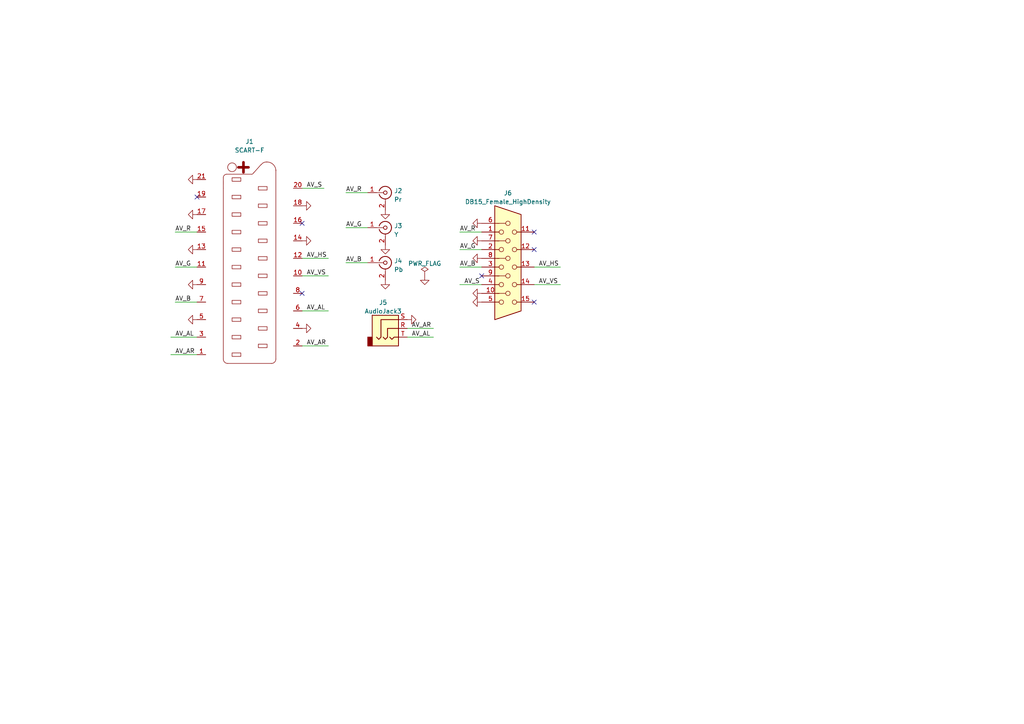
<source format=kicad_sch>
(kicad_sch (version 20211123) (generator eeschema)
  (paper "A4")
  (title_block (title "DExx AV adapter") (date "2022-07-06") (rev "1.0"))
  (lib_symbols
    (symbol "Connector:AudioJack3"
      (property "Reference" "J" (at 0 8.89 0))
      (property "Value" "AudioJack3" (at 0 6.35 0))
      (symbol "AudioJack3_0_1"
        (rectangle (start -5.08 -5.08) (end -6.35 -2.54) (stroke (width 0.254)) (fill (type outline)))
        (polyline (pts (xy 0 -2.54) (xy 0.635 -3.175) (xy 1.27 -2.54) (xy 2.54 -2.54)) (stroke (width 0.254)))
        (polyline (pts (xy -1.905 -2.54) (xy -1.27 -3.175) (xy -0.635 -2.54) (xy -0.635 0) (xy 2.54 0)) (stroke (width 0.254)))
        (polyline (pts (xy 2.54 2.54) (xy -2.54 2.54) (xy -2.54 -2.54) (xy -3.175 -3.175) (xy -3.81 -2.54)) (stroke (width 0.254)))
        (rectangle (start 2.54 3.81) (end -5.08 -5.08) (stroke (width 0.254)) (fill (type background)))
      )
      (symbol "AudioJack3_1_1"
        (pin passive line (at 5.08 0 180) (length 2.54) (name "~") (number "R"))
        (pin passive line (at 5.08 2.54 180) (length 2.54) (name "~") (number "S"))
        (pin passive line (at 5.08 -2.54 180) (length 2.54) (name "~") (number "T"))
      )
    )
    (symbol "Connector:Conn_Coaxial" (pin_names (offset 1.016) hide)
      (property "Reference" "J" (at 0.254 3.048 0))
      (property "Value" "Conn_Coaxial" (at 2.921 0 90))
      (symbol "Conn_Coaxial_0_1"
        (arc (start -1.778 -0.508) (mid 0.2311 -1.8066) (end 1.778 0) (stroke (width 0.254)))
        (polyline (pts (xy -2.54 0) (xy -0.508 0)))
        (polyline (pts (xy 0 -2.54) (xy 0 -1.778)))
        (circle (center 0 0) (radius 0.508) (stroke (width 0.2032)))
        (arc (start 1.778 0) (mid 0.2099 1.8101) (end -1.778 0.508) (stroke (width 0.254)))
      )
      (symbol "Conn_Coaxial_1_1"
        (pin passive line (at -5.08 0 0) (length 2.54) (name "In") (number "1"))
        (pin passive line (at 0 -5.08 90) (length 2.54) (name "Ext") (number "2"))
      )
    )
    (symbol "Connector:DB15_Female_HighDensity" (pin_names (offset 1.016) hide)
      (property "Reference" "J" (at 0 21.59 0))
      (property "Value" "DB15_Female_HighDensity" (at 0 19.05 0))
      (symbol "DB15_Female_HighDensity_0_1"
        (circle (center -1.905 -10.16) (radius 0.635))
        (circle (center -1.905 -5.08) (radius 0.635))
        (circle (center -1.905 0) (radius 0.635))
        (circle (center -1.905 5.08) (radius 0.635))
        (circle (center -1.905 10.16) (radius 0.635))
        (circle (center 0 -7.62) (radius 0.635))
        (circle (center 0 -2.54) (radius 0.635))
        (polyline (pts (xy -3.175 7.62) (xy -0.635 7.62)))
        (polyline (pts (xy -0.635 -7.62) (xy -3.175 -7.62)))
        (polyline (pts (xy -0.635 -2.54) (xy -3.175 -2.54)))
        (polyline (pts (xy -0.635 2.54) (xy -3.175 2.54)))
        (polyline (pts (xy -0.635 12.7) (xy -3.175 12.7)))
        (polyline (pts (xy -3.81 17.78) (xy -3.81 -15.24) (xy 3.81 -12.7) (xy 3.81 15.24) (xy -3.81 17.78)) (stroke (width 0.254)) (fill (type background)))
        (circle (center 0 2.54) (radius 0.635))
        (circle (center 0 7.62) (radius 0.635))
        (circle (center 0 12.7) (radius 0.635))
        (circle (center 1.905 -10.16) (radius 0.635))
        (circle (center 1.905 -5.08) (radius 0.635))
        (circle (center 1.905 0) (radius 0.635))
        (circle (center 1.905 5.08) (radius 0.635))
        (circle (center 1.905 10.16) (radius 0.635))
      )
      (symbol "DB15_Female_HighDensity_1_1"
        (pin passive line (at -7.62 10.16 0) (length 5.08) (name "~") (number "1"))
        (pin passive line (at -7.62 -7.62 0) (length 5.08) (name "~") (number "10"))
        (pin passive line (at 7.62 10.16 180) (length 5.08) (name "~") (number "11"))
        (pin passive line (at 7.62 5.08 180) (length 5.08) (name "~") (number "12"))
        (pin passive line (at 7.62 0 180) (length 5.08) (name "~") (number "13"))
        (pin passive line (at 7.62 -5.08 180) (length 5.08) (name "~") (number "14"))
        (pin passive line (at 7.62 -10.16 180) (length 5.08) (name "~") (number "15"))
        (pin passive line (at -7.62 5.08 0) (length 5.08) (name "~") (number "2"))
        (pin passive line (at -7.62 0 0) (length 5.08) (name "~") (number "3"))
        (pin passive line (at -7.62 -5.08 0) (length 5.08) (name "~") (number "4"))
        (pin passive line (at -7.62 -10.16 0) (length 5.08) (name "~") (number "5"))
        (pin passive line (at -7.62 12.7 0) (length 5.08) (name "~") (number "6"))
        (pin passive line (at -7.62 7.62 0) (length 5.08) (name "~") (number "7"))
        (pin passive line (at -7.62 2.54 0) (length 5.08) (name "~") (number "8"))
        (pin passive line (at -7.62 -2.54 0) (length 5.08) (name "~") (number "9"))
      )
    )
    (symbol "Connector:SCART-F" (pin_names (offset 0.762) hide)
      (property "Reference" "J" (at 0 31.75 0))
      (property "Value" "SCART-F" (at 1.016 -29.21 0))
      (symbol "SCART-F_0_1"
        (arc (start -7.62 -26.67) (mid -7.248 -27.568) (end -6.35 -27.94))
        (arc (start -6.604 26.9494) (mid -7.3224 26.6518) (end -7.62 25.9334))
        (rectangle (start -5.08 -24.892) (end -2.54 -25.908))
        (rectangle (start -5.08 -19.812) (end -2.54 -20.828))
        (rectangle (start -5.08 -14.732) (end -2.54 -15.748))
        (rectangle (start -5.08 -9.652) (end -2.54 -10.668))
        (rectangle (start -5.08 -4.572) (end -2.54 -5.588))
        (rectangle (start -5.08 0.508) (end -2.54 -0.508))
        (rectangle (start -5.08 5.588) (end -2.54 4.572))
        (rectangle (start -5.08 10.668) (end -2.54 9.652))
        (rectangle (start -5.08 15.748) (end -2.54 14.732))
        (rectangle (start -5.08 20.828) (end -2.54 19.812))
        (rectangle (start -5.08 25.908) (end -2.54 24.892))
        (circle (center -5.08 28.956) (radius 1.27))
        (polyline (pts (xy -7.62 22.86) (xy -7.62 -26.67)))
        (polyline (pts (xy -7.62 22.86) (xy -7.62 24.13)))
        (polyline (pts (xy -7.62 24.6634) (xy -7.62 24.13)))
        (polyline (pts (xy -7.62 24.6634) (xy -7.62 25.9334)))
        (polyline (pts (xy -6.604 26.9494) (xy 0.508 26.9494)))
        (polyline (pts (xy -6.35 -27.94) (xy 6.35 -27.94)))
        (polyline (pts (xy 3.302 29.718) (xy 1.27 27.432)))
        (polyline (pts (xy 4.826 30.48) (xy 5.08 30.48)))
        (polyline (pts (xy 7.62 -26.67) (xy 7.62 28.2194)))
        (arc (start 0.508 26.924) (mid 0.9569 27.0702) (end 1.2192 27.4574))
        (rectangle (start 2.54 -22.352) (end 5.08 -23.368))
        (rectangle (start 2.54 -17.272) (end 5.08 -18.288))
        (rectangle (start 2.54 -12.192) (end 5.08 -13.208))
        (rectangle (start 2.54 -7.112) (end 5.08 -8.128))
        (rectangle (start 2.54 -2.032) (end 5.08 -3.048))
        (rectangle (start 2.54 3.048) (end 5.08 2.032))
        (rectangle (start 2.54 8.128) (end 5.08 7.112))
        (rectangle (start 2.54 13.208) (end 5.08 12.192))
        (rectangle (start 2.54 18.288) (end 5.08 17.272))
        (rectangle (start 2.54 23.368) (end 5.08 22.352))
        (arc (start 4.826 30.48) (mid 3.999 30.2726) (end 3.3782 29.6926))
        (arc (start 6.35 -27.94) (mid 7.248 -27.568) (end 7.62 -26.67))
        (arc (start 7.62 27.94) (mid 6.8761 29.7361) (end 5.08 30.48))
        (text "+" (at -1.778 29.21 0) (effects (font (size 3.81 3.81) bold)))
      )
      (symbol "SCART-F_1_1"
        (pin passive line (at -15.24 -25.4 0) (length 2.54) (name "P1") (number "1"))
        (pin passive line (at 15.24 -2.54 180) (length 2.54) (name "P10") (number "10"))
        (pin passive line (at -15.24 0 0) (length 2.54) (name "P11") (number "11"))
        (pin passive line (at 15.24 2.54 180) (length 2.54) (name "P12") (number "12"))
        (pin passive line (at -15.24 5.08 0) (length 2.54) (name "P13") (number "13"))
        (pin passive line (at 15.24 7.62 180) (length 2.54) (name "P14") (number "14"))
        (pin passive line (at -15.24 10.16 0) (length 2.54) (name "P15") (number "15"))
        (pin passive line (at 15.24 12.7 180) (length 2.54) (name "P16") (number "16"))
        (pin passive line (at -15.24 15.24 0) (length 2.54) (name "P17") (number "17"))
        (pin passive line (at 15.24 17.78 180) (length 2.54) (name "P18") (number "18"))
        (pin passive line (at -15.24 20.32 0) (length 2.54) (name "P19") (number "19"))
        (pin passive line (at 15.24 -22.86 180) (length 2.54) (name "P2") (number "2"))
        (pin passive line (at 15.24 22.86 180) (length 2.54) (name "P20") (number "20"))
        (pin passive line (at -15.24 25.4 0) (length 2.54) (name "P21") (number "21"))
        (pin passive line (at -15.24 -20.32 0) (length 2.54) (name "P3") (number "3"))
        (pin passive line (at 15.24 -17.78 180) (length 2.54) (name "P4") (number "4"))
        (pin passive line (at -15.24 -15.24 0) (length 2.54) (name "P5") (number "5"))
        (pin passive line (at 15.24 -12.7 180) (length 2.54) (name "P6") (number "6"))
        (pin passive line (at -15.24 -10.16 0) (length 2.54) (name "P7") (number "7"))
        (pin passive line (at 15.24 -7.62 180) (length 2.54) (name "P8") (number "8"))
        (pin passive line (at -15.24 -5.08 0) (length 2.54) (name "P9") (number "9"))
      )
    )
    (symbol "power:GND" (power) (pin_names (offset 0))
      (property "Value" "GND" (at 0 -3.81 0))
      (symbol "GND_0_1"
        (polyline (pts (xy 0 0) (xy 0 -1.27) (xy 1.27 -1.27) (xy 0 -2.54) (xy -1.27 -1.27) (xy 0 -1.27)))
      )
      (symbol "GND_1_1"
        (pin power_in line (at 0 0 270) (length 0) hide (name "GND") (number "1"))
      )
    )
    (symbol "power:PWR_FLAG" (power) (pin_numbers hide) (pin_names (offset 0) hide)
      (property "Value" "PWR_FLAG" (at 0 3.81 0))
      (symbol "PWR_FLAG_0_0"
        (pin power_out line (at 0 0 90) (length 0) (name "pwr") (number "1"))
      )
      (symbol "PWR_FLAG_0_1"
        (polyline (pts (xy 0 0) (xy 0 1.27) (xy -1.016 1.905) (xy 0 2.54) (xy 1.016 1.905) (xy 0 1.27)))
      )
    )
  )
  (no_connect (at 139.7 80.01))
  (no_connect (at 154.94 67.31))
  (no_connect (at 154.94 72.39))
  (no_connect (at 154.94 87.63))
  (no_connect (at 57.15 57.15))
  (no_connect (at 87.63 64.77))
  (no_connect (at 87.63 85.09))
  (wire (pts (xy 100.33 76.2) (xy 106.68 76.2)))
  (wire (pts (xy 118.11 95.25) (xy 125.73 95.25)))
  (wire (pts (xy 118.11 97.79) (xy 125.73 97.79)))
  (wire (pts (xy 100.33 55.88) (xy 106.68 55.88)))
  (wire (pts (xy 87.63 80.01) (xy 95.25 80.01)))
  (wire (pts (xy 87.63 100.33) (xy 95.25 100.33)))
  (wire (pts (xy 154.94 82.55) (xy 162.56 82.55)))
  (wire (pts (xy 49.53 97.79) (xy 57.15 97.79)))
  (wire (pts (xy 133.35 67.31) (xy 139.7 67.31)))
  (wire (pts (xy 133.35 82.55) (xy 139.7 82.55)))
  (wire (pts (xy 49.53 102.87) (xy 57.15 102.87)))
  (wire (pts (xy 87.63 90.17) (xy 95.25 90.17)))
  (wire (pts (xy 100.33 66.04) (xy 106.68 66.04)))
  (wire (pts (xy 133.35 77.47) (xy 139.7 77.47)))
  (wire (pts (xy 87.63 54.61) (xy 93.98 54.61)))
  (wire (pts (xy 50.8 67.31) (xy 57.15 67.31)))
  (wire (pts (xy 133.35 72.39) (xy 139.7 72.39)))
  (wire (pts (xy 50.8 77.47) (xy 57.15 77.47)))
  (wire (pts (xy 154.94 77.47) (xy 162.56 77.47)))
  (wire (pts (xy 50.8 87.63) (xy 57.15 87.63)))
  (wire (pts (xy 87.63 74.93) (xy 95.25 74.93)))
  (label "AV_S" (at 134.62 82.55 0))
  (label "AV_AL" (at 119.38 97.79 0))
  (label "AV_B" (at 133.35 77.47 0))
  (label "AV_AR" (at 119.38 95.25 0))
  (label "AV_AL" (at 88.9 90.17 0))
  (label "AV_HS" (at 156.21 77.47 0))
  (label "AV_HS" (at 88.9 74.93 0))
  (label "AV_G" (at 100.33 66.04 0))
  (label "AV_R" (at 50.8 67.31 0))
  (label "AV_R" (at 100.33 55.88 0))
  (label "AV_VS" (at 156.21 82.55 0))
  (label "AV_VS" (at 88.9 80.01 0))
  (label "AV_S" (at 88.9 54.61 0))
  (label "AV_B" (at 50.8 87.63 0))
  (label "AV_AL" (at 50.8 97.79 0))
  (label "AV_G" (at 50.8 77.47 0))
  (label "AV_AR" (at 50.8 102.87 0))
  (label "AV_B" (at 100.33 76.2 0))
  (label "AV_AR" (at 88.9 100.33 0))
  (label "AV_G" (at 133.35 72.39 0))
  (label "AV_R" (at 133.35 67.31 0))
  (symbol (lib_id "power:GND") (at 139.7 69.85 270) (unit 1)
    (property "Reference" "#PWR014" (effects hide))
    (property "Value" "GND" (effects hide))
  )
  (symbol (lib_id "power:GND") (at 118.11 92.71 90) (unit 1)
    (property "Reference" "#PWR012" (effects hide))
    (property "Value" "GND" (effects hide))
  )
  (symbol (lib_id "power:GND") (at 139.7 85.09 270) (unit 1)
    (property "Reference" "#PWR016" (effects hide))
    (property "Value" "GND" (effects hide))
  )
  (symbol (lib_id "power:GND") (at 111.76 60.96 0) (unit 1)
    (property "Reference" "#PWR09" (effects hide))
    (property "Value" "GND" (effects hide))
  )
  (symbol (lib_id "Connector:Conn_Coaxial") (at 111.76 55.88 0) (unit 1)
    (property "Reference" "J2" (at 114.3 55.3385 0) (effects (justify left)))
    (property "Value" "Pr" (at 114.3 57.8754 0) (effects (justify left)))
    (property "Footprint" "custom_components:CUI_RCJ-022" (effects hide))
    (property "Datasheet" " ~" (effects hide))
  )
  (symbol (lib_id "Connector:Conn_Coaxial") (at 111.76 76.2 0) (unit 1)
    (property "Reference" "J4" (at 114.3 75.6585 0) (effects (justify left)))
    (property "Value" "Pb" (at 114.3 78.1954 0) (effects (justify left)))
    (property "Footprint" "custom_components:CUI_RCJ-022" (effects hide))
    (property "Datasheet" " ~" (effects hide))
  )
  (symbol (lib_id "Connector:Conn_Coaxial") (at 111.76 66.04 0) (unit 1)
    (property "Reference" "J3" (at 114.3 65.4985 0) (effects (justify left)))
    (property "Value" "Y" (at 114.3 68.0354 0) (effects (justify left)))
    (property "Footprint" "custom_components:CUI_RCJ-022" (effects hide))
    (property "Datasheet" " ~" (effects hide))
  )
  (symbol (lib_id "power:GND") (at 139.7 74.93 270) (unit 1)
    (property "Reference" "#PWR015" (effects hide))
    (property "Value" "GND" (effects hide))
  )
  (symbol (lib_id "power:GND") (at 87.63 69.85 90) (unit 1)
    (property "Reference" "#PWR07" (effects hide))
    (property "Value" "GND" (effects hide))
  )
  (symbol (lib_id "power:GND") (at 87.63 59.69 90) (unit 1)
    (property "Reference" "#PWR06" (effects hide))
    (property "Value" "GND" (effects hide))
  )
  (symbol (lib_id "power:GND") (at 57.15 52.07 270) (unit 1)
    (property "Reference" "#PWR01" (effects hide))
    (property "Value" "GND" (effects hide))
  )
  (symbol (lib_id "power:GND") (at 123.19 80.01 0) (unit 1)
    (property "Reference" "#PWR0101" (effects hide))
    (property "Value" "GND" (effects hide))
  )
  (symbol (lib_id "power:GND") (at 111.76 71.12 0) (unit 1)
    (property "Reference" "#PWR010" (effects hide))
    (property "Value" "GND" (effects hide))
  )
  (symbol (lib_id "Connector:SCART-F") (at 72.39 77.47 0) (unit 1)
    (property "Reference" "J1" (at 72.39 41.0486 0))
    (property "Value" "SCART-F" (at 72.39 43.5855 0))
    (property "Footprint" "custom_components:SCART_CONN" (effects hide))
    (property "Datasheet" " ~" (effects hide))
  )
  (symbol (lib_id "power:GND") (at 111.76 81.28 0) (unit 1)
    (property "Reference" "#PWR011" (effects hide))
    (property "Value" "GND" (effects hide))
  )
  (symbol (lib_id "power:GND") (at 139.7 64.77 270) (unit 1)
    (property "Reference" "#PWR013" (effects hide))
    (property "Value" "GND" (effects hide))
  )
  (symbol (lib_id "Connector:DB15_Female_HighDensity") (at 147.32 77.47 0) (unit 1)
    (property "Reference" "J6" (at 147.32 55.9902 0))
    (property "Value" "DB15_Female_HighDensity" (at 147.32 58.5271 0))
    (property "Footprint" "custom_components:VGA_CONN" (effects hide))
    (property "Datasheet" " ~" (effects hide))
  )
  (symbol (lib_id "power:GND") (at 57.15 62.23 270) (unit 1)
    (property "Reference" "#PWR02" (effects hide))
    (property "Value" "GND" (effects hide))
  )
  (symbol (lib_id "power:GND") (at 57.15 72.39 270) (unit 1)
    (property "Reference" "#PWR03" (effects hide))
    (property "Value" "GND" (effects hide))
  )
  (symbol (lib_id "Connector:AudioJack3") (at 113.03 95.25 0) (unit 1)
    (property "Reference" "J5" (at 111.125 87.7402 0))
    (property "Value" "AudioJack3" (at 111.125 90.2771 0))
    (property "Footprint" "custom_components:SJ1-3533NG" (effects hide))
  )
  (symbol (lib_id "power:GND") (at 57.15 92.71 270) (unit 1)
    (property "Reference" "#PWR05" (effects hide))
    (property "Value" "GND" (effects hide))
  )
  (symbol (lib_id "power:GND") (at 57.15 82.55 270) (unit 1)
    (property "Reference" "#PWR04" (effects hide))
    (property "Value" "GND" (effects hide))
  )
  (symbol (lib_id "power:PWR_FLAG") (at 123.19 80.01 0) (unit 1)
    (property "Reference" "#FLG0101" (effects hide))
    (property "Value" "PWR_FLAG" (at 123.19 76.4342 0))
  )
  (symbol (lib_id "power:GND") (at 139.7 87.63 270) (unit 1)
    (property "Reference" "#PWR017" (effects hide))
    (property "Value" "GND" (effects hide))
  )
  (symbol (lib_id "power:GND") (at 87.63 95.25 90) (unit 1)
    (property "Reference" "#PWR08" (effects hide))
    (property "Value" "GND" (effects hide))
  )
)
</source>
